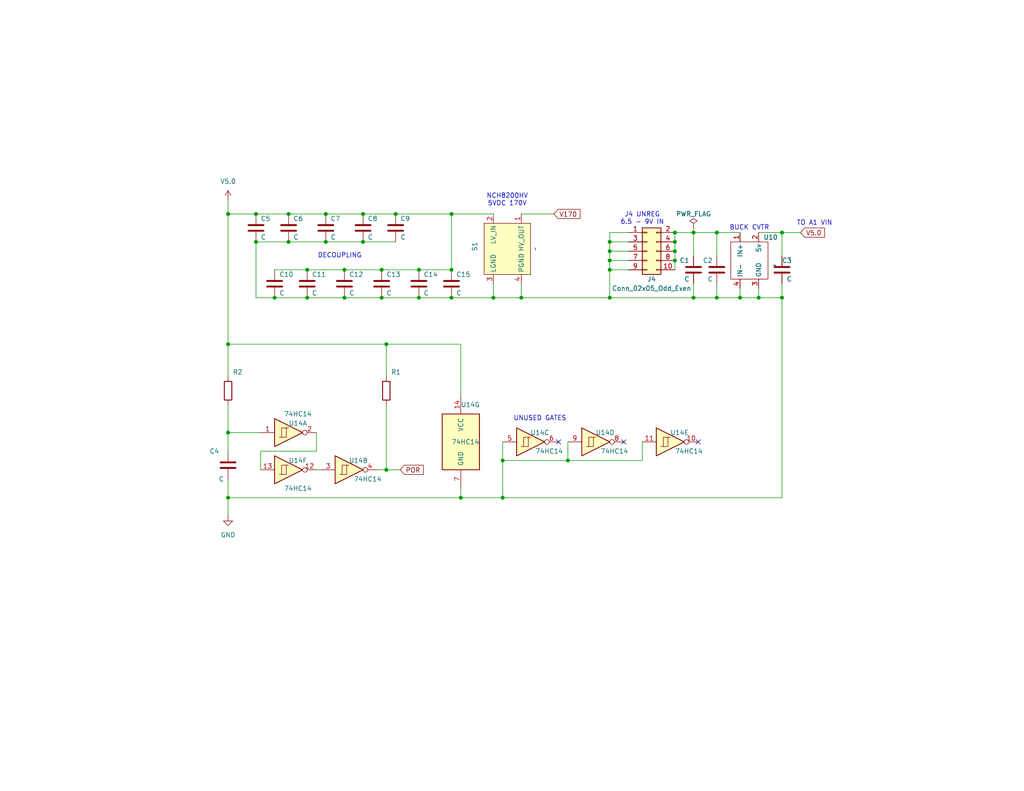
<source format=kicad_sch>
(kicad_sch (version 20231120) (generator "eeschema") (generator_version "8.0")
  (paper "USLetter")
  (title_block (title "Logic - overflow"))
  (lib_symbols
    (symbol "74xx:74HC14" (pin_names (offset 1.016))
      (property "Reference" "U" (at 0 1.27 0))
      (property "Value" "74HC14" (at 0 -1.27 0))
      (symbol "74HC14_1_0"
        (polyline (pts (xy -3.81 3.81) (xy -3.81 -3.81) (xy 3.81 0) (xy -3.81 3.81)) (stroke (width 0.254)) (fill (type background)))
        (pin input line (at -7.62 0 0) (length 3.81) (name "~") (number "1"))
        (pin output inverted (at 7.62 0 180) (length 3.81) (name "~") (number "2"))
      )
      (symbol "74HC14_1_1"
        (polyline (pts (xy -1.905 -1.27) (xy -1.905 1.27) (xy -0.635 1.27)))
        (polyline (pts (xy -2.54 -1.27) (xy -0.635 -1.27) (xy -0.635 1.27) (xy 0 1.27)))
      )
      (symbol "74HC14_2_0"
        (polyline (pts (xy -3.81 3.81) (xy -3.81 -3.81) (xy 3.81 0) (xy -3.81 3.81)) (stroke (width 0.254)) (fill (type background)))
        (pin input line (at -7.62 0 0) (length 3.81) (name "~") (number "3"))
        (pin output inverted (at 7.62 0 180) (length 3.81) (name "~") (number "4"))
      )
      (symbol "74HC14_2_1"
        (polyline (pts (xy -1.905 -1.27) (xy -1.905 1.27) (xy -0.635 1.27)))
        (polyline (pts (xy -2.54 -1.27) (xy -0.635 -1.27) (xy -0.635 1.27) (xy 0 1.27)))
      )
      (symbol "74HC14_3_0"
        (polyline (pts (xy -3.81 3.81) (xy -3.81 -3.81) (xy 3.81 0) (xy -3.81 3.81)) (stroke (width 0.254)) (fill (type background)))
        (pin input line (at -7.62 0 0) (length 3.81) (name "~") (number "5"))
        (pin output inverted (at 7.62 0 180) (length 3.81) (name "~") (number "6"))
      )
      (symbol "74HC14_3_1"
        (polyline (pts (xy -1.905 -1.27) (xy -1.905 1.27) (xy -0.635 1.27)))
        (polyline (pts (xy -2.54 -1.27) (xy -0.635 -1.27) (xy -0.635 1.27) (xy 0 1.27)))
      )
      (symbol "74HC14_4_0"
        (polyline (pts (xy -3.81 3.81) (xy -3.81 -3.81) (xy 3.81 0) (xy -3.81 3.81)) (stroke (width 0.254)) (fill (type background)))
        (pin output inverted (at 7.62 0 180) (length 3.81) (name "~") (number "8"))
        (pin input line (at -7.62 0 0) (length 3.81) (name "~") (number "9"))
      )
      (symbol "74HC14_4_1"
        (polyline (pts (xy -1.905 -1.27) (xy -1.905 1.27) (xy -0.635 1.27)))
        (polyline (pts (xy -2.54 -1.27) (xy -0.635 -1.27) (xy -0.635 1.27) (xy 0 1.27)))
      )
      (symbol "74HC14_5_0"
        (polyline (pts (xy -3.81 3.81) (xy -3.81 -3.81) (xy 3.81 0) (xy -3.81 3.81)) (stroke (width 0.254)) (fill (type background)))
        (pin output inverted (at 7.62 0 180) (length 3.81) (name "~") (number "10"))
        (pin input line (at -7.62 0 0) (length 3.81) (name "~") (number "11"))
      )
      (symbol "74HC14_5_1"
        (polyline (pts (xy -1.905 -1.27) (xy -1.905 1.27) (xy -0.635 1.27)))
        (polyline (pts (xy -2.54 -1.27) (xy -0.635 -1.27) (xy -0.635 1.27) (xy 0 1.27)))
      )
      (symbol "74HC14_6_0"
        (polyline (pts (xy -3.81 3.81) (xy -3.81 -3.81) (xy 3.81 0) (xy -3.81 3.81)) (stroke (width 0.254)) (fill (type background)))
        (pin output inverted (at 7.62 0 180) (length 3.81) (name "~") (number "12"))
        (pin input line (at -7.62 0 0) (length 3.81) (name "~") (number "13"))
      )
      (symbol "74HC14_6_1"
        (polyline (pts (xy -1.905 -1.27) (xy -1.905 1.27) (xy -0.635 1.27)))
        (polyline (pts (xy -2.54 -1.27) (xy -0.635 -1.27) (xy -0.635 1.27) (xy 0 1.27)))
      )
      (symbol "74HC14_7_0"
        (pin power_in line (at 0 12.7 270) (length 5.08) (name "VCC") (number "14"))
        (pin power_in line (at 0 -12.7 90) (length 5.08) (name "GND") (number "7"))
      )
      (symbol "74HC14_7_1"
        (rectangle (start -5.08 7.62) (end 5.08 -7.62) (stroke (width 0.254)) (fill (type background)))
      )
    )
    (symbol "Connector_Generic:Conn_02x05_Odd_Even" (pin_names (offset 1.016) hide)
      (property "Reference" "J" (at 1.27 7.62 0))
      (property "Value" "Conn_02x05_Odd_Even" (at 1.27 -7.62 0))
      (symbol "Conn_02x05_Odd_Even_1_1"
        (rectangle (start -1.27 -4.953) (end 0 -5.207) (stroke (width 0.1524)))
        (rectangle (start -1.27 -2.413) (end 0 -2.667) (stroke (width 0.1524)))
        (rectangle (start -1.27 0.127) (end 0 -0.127) (stroke (width 0.1524)))
        (rectangle (start -1.27 2.667) (end 0 2.413) (stroke (width 0.1524)))
        (rectangle (start -1.27 5.207) (end 0 4.953) (stroke (width 0.1524)))
        (rectangle (start -1.27 6.35) (end 3.81 -6.35) (stroke (width 0.254)) (fill (type background)))
        (rectangle (start 3.81 -4.953) (end 2.54 -5.207) (stroke (width 0.1524)))
        (rectangle (start 3.81 -2.413) (end 2.54 -2.667) (stroke (width 0.1524)))
        (rectangle (start 3.81 0.127) (end 2.54 -0.127) (stroke (width 0.1524)))
        (rectangle (start 3.81 2.667) (end 2.54 2.413) (stroke (width 0.1524)))
        (rectangle (start 3.81 5.207) (end 2.54 4.953) (stroke (width 0.1524)))
        (pin passive line (at -5.08 5.08 0) (length 3.81) (name "Pin_1") (number "1"))
        (pin passive line (at 7.62 -5.08 180) (length 3.81) (name "Pin_10") (number "10"))
        (pin passive line (at 7.62 5.08 180) (length 3.81) (name "Pin_2") (number "2"))
        (pin passive line (at -5.08 2.54 0) (length 3.81) (name "Pin_3") (number "3"))
        (pin passive line (at 7.62 2.54 180) (length 3.81) (name "Pin_4") (number "4"))
        (pin passive line (at -5.08 0 0) (length 3.81) (name "Pin_5") (number "5"))
        (pin passive line (at 7.62 0 180) (length 3.81) (name "Pin_6") (number "6"))
        (pin passive line (at -5.08 -2.54 0) (length 3.81) (name "Pin_7") (number "7"))
        (pin passive line (at 7.62 -2.54 180) (length 3.81) (name "Pin_8") (number "8"))
        (pin passive line (at -5.08 -5.08 0) (length 3.81) (name "Pin_9") (number "9"))
      )
    )
    (symbol "Device:C" (pin_numbers hide) (pin_names (offset 0.254))
      (property "Reference" "C" (at 0.635 2.54 0))
      (property "Value" "C" (at 0.635 -2.54 0))
      (symbol "C_0_1"
        (polyline (pts (xy -2.032 -0.762) (xy 2.032 -0.762)) (stroke (width 0.508)))
        (polyline (pts (xy -2.032 0.762) (xy 2.032 0.762)) (stroke (width 0.508)))
      )
      (symbol "C_1_1"
        (pin passive line (at 0 3.81 270) (length 2.794) (name "~") (number "1"))
        (pin passive line (at 0 -3.81 90) (length 2.794) (name "~") (number "2"))
      )
    )
    (symbol "Device:R" (pin_numbers hide) (pin_names (offset 0))
      (property "Reference" "R" (at 2.032 0 90))
      (property "Value" "R" (at 0 0 90))
      (symbol "R_0_1"
        (rectangle (start -1.016 -2.54) (end 1.016 2.54) (stroke (width 0.254)))
      )
      (symbol "R_1_1"
        (pin passive line (at 0 3.81 270) (length 1.27) (name "~") (number "1"))
        (pin passive line (at 0 -3.81 90) (length 1.27) (name "~") (number "2"))
      )
    )
    (symbol "NixComp:NCH8200HV_170v"
      (property "Reference" "S1" (at -0.635 10.16 0))
      (property "Value" "NCH8200HV" (at -0.635 7.62 0))
      (symbol "NCH8200HV_170v_1_1"
        (rectangle (start -7.62 6.35) (end 6.35 -6.35) (stroke (width 0) (color 132 0 0 1)) (fill (type background)))
        (pin power_out line (at -10.16 3.81 0) (length 2.54) (name "HV_OUT") (number "1"))
        (pin power_in line (at -10.16 -3.81 0) (length 2.54) (name "LV_IN") (number "2"))
        (pin power_in line (at 8.89 -3.81 180) (length 2.54) (name "LGND") (number "3"))
        (pin power_in line (at 8.89 3.81 180) (length 2.54) (name "PGND") (number "4"))
      )
    )
    (symbol "NixComp:TR4R7"
      (property "Reference" "U" (at 0 0 0))
      (symbol "TR4R7_0_1"
        (rectangle (start -5.08 5.08) (end 5.08 -5.08))
      )
      (symbol "TR4R7_1_1"
        (pin power_in line (at -7.62 2.54 0) (length 2.54) (name "IN+") (number "1"))
        (pin power_out line (at -7.62 -2.54 0) (length 2.54) (name "5v") (number "2"))
        (pin power_in line (at 7.62 -2.54 180) (length 2.54) (name "GND") (number "3"))
        (pin power_in line (at 7.62 2.54 180) (length 2.54) (name "IN-") (number "4"))
      )
    )
    (symbol "power:GND" (power) (pin_numbers hide) (pin_names (offset 0) hide)
      (property "Value" "GND" (at 0 -3.81 0))
      (symbol "GND_0_1"
        (polyline (pts (xy 0 0) (xy 0 -1.27) (xy 1.27 -1.27) (xy 0 -2.54) (xy -1.27 -1.27) (xy 0 -1.27)))
      )
      (symbol "GND_1_1"
        (pin power_in line (at 0 0 270) (length 0) (name "~") (number "1"))
      )
    )
    (symbol "power:PWR_FLAG" (power) (pin_numbers hide) (pin_names (offset 0) hide)
      (property "Value" "PWR_FLAG" (at 0 3.81 0))
      (symbol "PWR_FLAG_0_0"
        (pin power_out line (at 0 0 90) (length 0) (name "~") (number "1"))
      )
      (symbol "PWR_FLAG_0_1"
        (polyline (pts (xy 0 0) (xy 0 1.27) (xy -1.016 1.905) (xy 0 2.54) (xy 1.016 1.905) (xy 0 1.27)))
      )
    )
    (symbol "power:VCC" (power) (pin_numbers hide) (pin_names (offset 0) hide)
      (property "Value" "VCC" (at 0 3.556 0))
      (symbol "VCC_0_1"
        (polyline (pts (xy -0.762 1.27) (xy 0 2.54)))
        (polyline (pts (xy 0 0) (xy 0 2.54)))
        (polyline (pts (xy 0 2.54) (xy 0.762 1.27)))
      )
      (symbol "VCC_1_1"
        (pin power_in line (at 0 0 90) (length 0) (name "~") (number "1"))
      )
    )
  )
  (junction (at 74.93 81.28))
  (junction (at 105.41 128.27))
  (junction (at 213.36 81.28))
  (junction (at 62.23 118.11))
  (junction (at 189.23 81.28))
  (junction (at 62.23 93.98))
  (junction (at 137.16 135.89))
  (junction (at 83.82 81.28))
  (junction (at 195.58 81.28))
  (junction (at 83.82 73.66))
  (junction (at 154.94 125.73))
  (junction (at 123.19 58.42))
  (junction (at 114.3 81.28))
  (junction (at 184.15 63.5))
  (junction (at 62.23 135.89))
  (junction (at 166.37 73.66))
  (junction (at 99.06 58.42))
  (junction (at 78.74 58.42))
  (junction (at 62.23 58.42))
  (junction (at 207.01 81.28))
  (junction (at 104.14 73.66))
  (junction (at 184.15 66.04))
  (junction (at 213.36 63.5))
  (junction (at 184.15 71.12))
  (junction (at 123.19 81.28))
  (junction (at 78.74 66.04))
  (junction (at 88.9 58.42))
  (junction (at 107.95 58.42))
  (junction (at 93.98 73.66))
  (junction (at 201.93 81.28))
  (junction (at 99.06 66.04))
  (junction (at 137.16 125.73))
  (junction (at 105.41 93.98))
  (junction (at 93.98 81.28))
  (junction (at 88.9 66.04))
  (junction (at 114.3 73.66))
  (junction (at 166.37 71.12))
  (junction (at 104.14 81.28))
  (junction (at 189.23 63.5))
  (junction (at 69.85 66.04))
  (junction (at 166.37 68.58))
  (junction (at 134.62 81.28))
  (junction (at 125.73 135.89))
  (junction (at 142.24 81.28))
  (junction (at 195.58 63.5))
  (junction (at 69.85 58.42))
  (junction (at 184.15 68.58))
  (junction (at 166.37 81.28))
  (junction (at 166.37 66.04))
  (junction (at 123.19 73.66))
  (no_connect (at 170.18 120.65))
  (no_connect (at 190.5 120.65))
  (no_connect (at 152.4 120.65))
  (wire (pts (xy 99.06 58.42) (xy 107.95 58.42)))
  (wire (pts (xy 175.26 120.65) (xy 175.26 125.73)))
  (wire (pts (xy 189.23 77.47) (xy 189.23 81.28)))
  (wire (pts (xy 184.15 68.58) (xy 184.15 71.12)))
  (wire (pts (xy 142.24 77.47) (xy 142.24 81.28)))
  (wire (pts (xy 201.93 81.28) (xy 201.93 78.74)))
  (wire (pts (xy 137.16 120.65) (xy 137.16 125.73)))
  (wire (pts (xy 166.37 73.66) (xy 166.37 81.28)))
  (wire (pts (xy 207.01 81.28) (xy 213.36 81.28)))
  (wire (pts (xy 102.87 128.27) (xy 105.41 128.27)))
  (wire (pts (xy 105.41 93.98) (xy 125.73 93.98)))
  (wire (pts (xy 166.37 73.66) (xy 171.45 73.66)))
  (wire (pts (xy 62.23 58.42) (xy 69.85 58.42)))
  (wire (pts (xy 166.37 66.04) (xy 171.45 66.04)))
  (wire (pts (xy 88.9 66.04) (xy 99.06 66.04)))
  (wire (pts (xy 105.41 93.98) (xy 105.41 102.87)))
  (wire (pts (xy 137.16 125.73) (xy 154.94 125.73)))
  (wire (pts (xy 62.23 118.11) (xy 71.12 118.11)))
  (wire (pts (xy 207.01 63.5) (xy 213.36 63.5)))
  (wire (pts (xy 105.41 128.27) (xy 109.22 128.27)))
  (wire (pts (xy 195.58 81.28) (xy 201.93 81.28)))
  (wire (pts (xy 62.23 135.89) (xy 125.73 135.89)))
  (wire (pts (xy 154.94 120.65) (xy 154.94 125.73)))
  (wire (pts (xy 62.23 58.42) (xy 62.23 93.98)))
  (wire (pts (xy 62.23 110.49) (xy 62.23 118.11)))
  (wire (pts (xy 213.36 63.5) (xy 213.36 69.85)))
  (wire (pts (xy 195.58 63.5) (xy 195.58 69.85)))
  (wire (pts (xy 71.12 123.19) (xy 71.12 128.27)))
  (wire (pts (xy 189.23 63.5) (xy 195.58 63.5)))
  (wire (pts (xy 166.37 66.04) (xy 166.37 68.58)))
  (wire (pts (xy 184.15 71.12) (xy 184.15 73.66)))
  (wire (pts (xy 125.73 107.95) (xy 125.73 93.98)))
  (wire (pts (xy 78.74 66.04) (xy 88.9 66.04)))
  (wire (pts (xy 134.62 81.28) (xy 142.24 81.28)))
  (wire (pts (xy 62.23 118.11) (xy 62.23 123.19)))
  (wire (pts (xy 114.3 81.28) (xy 123.19 81.28)))
  (wire (pts (xy 213.36 77.47) (xy 213.36 81.28)))
  (wire (pts (xy 166.37 63.5) (xy 166.37 66.04)))
  (wire (pts (xy 86.36 123.19) (xy 71.12 123.19)))
  (wire (pts (xy 123.19 73.66) (xy 114.3 73.66)))
  (wire (pts (xy 134.62 77.47) (xy 134.62 81.28)))
  (wire (pts (xy 137.16 135.89) (xy 213.36 135.89)))
  (wire (pts (xy 184.15 63.5) (xy 189.23 63.5)))
  (wire (pts (xy 195.58 77.47) (xy 195.58 81.28)))
  (wire (pts (xy 166.37 71.12) (xy 171.45 71.12)))
  (wire (pts (xy 107.95 58.42) (xy 123.19 58.42)))
  (wire (pts (xy 137.16 125.73) (xy 137.16 135.89)))
  (wire (pts (xy 207.01 81.28) (xy 207.01 78.74)))
  (wire (pts (xy 125.73 133.35) (xy 125.73 135.89)))
  (wire (pts (xy 86.36 118.11) (xy 86.36 123.19)))
  (wire (pts (xy 69.85 66.04) (xy 78.74 66.04)))
  (wire (pts (xy 105.41 110.49) (xy 105.41 128.27)))
  (wire (pts (xy 88.9 58.42) (xy 99.06 58.42)))
  (wire (pts (xy 125.73 135.89) (xy 137.16 135.89)))
  (wire (pts (xy 78.74 58.42) (xy 88.9 58.42)))
  (wire (pts (xy 62.23 130.81) (xy 62.23 135.89)))
  (wire (pts (xy 189.23 63.5) (xy 189.23 69.85)))
  (wire (pts (xy 62.23 140.97) (xy 62.23 135.89)))
  (wire (pts (xy 69.85 58.42) (xy 78.74 58.42)))
  (wire (pts (xy 74.93 81.28) (xy 83.82 81.28)))
  (wire (pts (xy 189.23 62.23) (xy 189.23 63.5)))
  (wire (pts (xy 62.23 54.61) (xy 62.23 58.42)))
  (wire (pts (xy 184.15 63.5) (xy 184.15 66.04)))
  (wire (pts (xy 201.93 81.28) (xy 207.01 81.28)))
  (wire (pts (xy 99.06 66.04) (xy 107.95 66.04)))
  (wire (pts (xy 123.19 81.28) (xy 134.62 81.28)))
  (wire (pts (xy 93.98 81.28) (xy 104.14 81.28)))
  (wire (pts (xy 184.15 66.04) (xy 184.15 68.58)))
  (wire (pts (xy 213.36 81.28) (xy 213.36 135.89)))
  (wire (pts (xy 83.82 73.66) (xy 93.98 73.66)))
  (wire (pts (xy 195.58 63.5) (xy 201.93 63.5)))
  (wire (pts (xy 87.63 128.27) (xy 86.36 128.27)))
  (wire (pts (xy 123.19 58.42) (xy 134.62 58.42)))
  (wire (pts (xy 213.36 63.5) (xy 218.44 63.5)))
  (wire (pts (xy 142.24 58.42) (xy 151.13 58.42)))
  (wire (pts (xy 166.37 68.58) (xy 166.37 71.12)))
  (wire (pts (xy 93.98 73.66) (xy 104.14 73.66)))
  (wire (pts (xy 69.85 66.04) (xy 69.85 81.28)))
  (wire (pts (xy 104.14 73.66) (xy 114.3 73.66)))
  (wire (pts (xy 62.23 93.98) (xy 62.23 102.87)))
  (wire (pts (xy 83.82 81.28) (xy 93.98 81.28)))
  (wire (pts (xy 166.37 63.5) (xy 171.45 63.5)))
  (wire (pts (xy 154.94 125.73) (xy 175.26 125.73)))
  (wire (pts (xy 104.14 81.28) (xy 114.3 81.28)))
  (wire (pts (xy 123.19 58.42) (xy 123.19 73.66)))
  (wire (pts (xy 189.23 81.28) (xy 195.58 81.28)))
  (wire (pts (xy 74.93 73.66) (xy 83.82 73.66)))
  (wire (pts (xy 142.24 81.28) (xy 166.37 81.28)))
  (wire (pts (xy 62.23 93.98) (xy 105.41 93.98)))
  (wire (pts (xy 166.37 81.28) (xy 189.23 81.28)))
  (wire (pts (xy 166.37 68.58) (xy 171.45 68.58)))
  (wire (pts (xy 166.37 71.12) (xy 166.37 73.66)))
  (wire (pts (xy 69.85 81.28) (xy 74.93 81.28)))
  (text "BUCK CVTR" (at 204.47 62.23 0) (effects (font (size 1.27 1.27))))
  (text "TO A1 VIN" (at 222.25 60.96 0) (effects (font (size 1.27 1.27))))
  (text "J4 UNREG\n6.5 - 9V IN" (at 175.26 59.69 0) (effects (font (size 1.27 1.27))))
  (text "DECOUPLING" (at 92.71 69.85 0) (effects (font (size 1.27 1.27))))
  (text "NCH8200HV\n5VDC 170V" (at 138.43 54.61 0) (effects (font (size 1.27 1.27))))
  (text "UNUSED GATES" (at 147.32 114.3 0) (effects (font (size 1.27 1.27))))
  (global_label "V170" (shape input) (at 151.13 58.42 0) (property "Intersheetrefs" "${INTERSHEET_REFS}" (effects (hide yes))))
  (global_label "V5.0" (shape input) (at 218.44 63.5 0) (property "Intersheetrefs" "${INTERSHEET_REFS}" (effects (hide yes))))
  (global_label "POR" (shape input) (at 109.22 128.27 0) (property "Intersheetrefs" "${INTERSHEET_REFS}" (effects (hide yes))))
  (symbol (lib_id "Device:C") (at 88.9 62.23 0) (unit 1)
    (property "Reference" "C7" (at 90.17 59.69 0) (effects (justify left)))
    (property "Value" "C" (at 90.17 64.77 0) (effects (justify left)))
    (property "Footprint" "Capacitor_THT:C_Disc_D3.4mm_W2.1mm_P2.50mm" (effects (hide yes)))
    (property "Description" "Unpolarized capacitor" (effects (hide yes)))
  )
  (symbol (lib_id "74xx:74HC14") (at 78.74 128.27 0) (unit 6)
    (property "Reference" "U14" (at 81.28 125.73 0))
    (property "Value" "74HC14" (at 81.28 133.35 0))
    (property "Footprint" "Package_DIP:DIP-14_W7.62mm_Socket" (effects (hide yes)))
    (property "Datasheet" "http://www.ti.com/lit/gpn/sn74HC14" (effects (hide yes)))
    (property "Description" "Hex inverter schmitt trigger" (effects (hide yes)))
  )
  (symbol (lib_id "power:PWR_FLAG") (at 189.23 62.23 0) (unit 1)
    (property "Reference" "#FLG03" (effects (hide yes)))
    (property "Value" "PWR_FLAG" (at 189.23 58.42 0))
    (property "Description" "Special symbol for telling ERC where power comes from" (effects (hide yes)))
  )
  (symbol (lib_id "Device:C") (at 78.74 62.23 0) (unit 1)
    (property "Reference" "C6" (at 80.01 59.69 0) (effects (justify left)))
    (property "Value" "C" (at 80.01 64.77 0) (effects (justify left)))
    (property "Footprint" "Capacitor_THT:C_Disc_D3.4mm_W2.1mm_P2.50mm" (effects (hide yes)))
    (property "Description" "Unpolarized capacitor" (effects (hide yes)))
  )
  (symbol (lib_id "74xx:74HC14") (at 182.88 120.65 0) (unit 5)
    (property "Reference" "U14" (at 185.42 118.11 0))
    (property "Value" "74HC14" (at 187.96 123.19 0))
    (property "Footprint" "Package_DIP:DIP-14_W7.62mm_Socket" (effects (hide yes)))
    (property "Datasheet" "http://www.ti.com/lit/gpn/sn74HC14" (effects (hide yes)))
    (property "Description" "Hex inverter schmitt trigger" (effects (hide yes)))
  )
  (symbol (lib_id "74xx:74HC14") (at 95.25 128.27 0) (unit 2)
    (property "Reference" "U14" (at 97.79 125.73 0))
    (property "Value" "74HC14" (at 100.33 130.81 0))
    (property "Footprint" "Package_DIP:DIP-14_W7.62mm_Socket" (effects (hide yes)))
    (property "Datasheet" "http://www.ti.com/lit/gpn/sn74HC14" (effects (hide yes)))
    (property "Description" "Hex inverter schmitt trigger" (effects (hide yes)))
  )
  (symbol (lib_id "Device:C") (at 69.85 62.23 0) (unit 1)
    (property "Reference" "C5" (at 71.12 59.69 0) (effects (justify left)))
    (property "Value" "C" (at 71.12 64.77 0) (effects (justify left)))
    (property "Footprint" "Capacitor_THT:C_Disc_D3.4mm_W2.1mm_P2.50mm" (effects (hide yes)))
    (property "Description" "Unpolarized capacitor" (effects (hide yes)))
  )
  (symbol (lib_id "power:GND") (at 62.23 140.97 0) (unit 1)
    (property "Reference" "#PWR018" (effects (hide yes)))
    (property "Value" "GND" (at 62.23 146.05 0))
    (property "Description" "Power symbol creates a global label with name \"GND\" , ground" (effects (hide yes)))
  )
  (symbol (lib_id "Device:C") (at 213.36 73.66 0) (unit 1)
    (property "Reference" "C3" (at 213.36 71.12 0) (effects (justify left)))
    (property "Value" "C" (at 214.63 76.2 0) (effects (justify left)))
    (property "Footprint" "Capacitor_THT:C_Disc_D3.4mm_W2.1mm_P2.50mm" (effects (hide yes)))
    (property "Description" "Unpolarized capacitor" (effects (hide yes)))
  )
  (symbol (lib_id "Device:C") (at 114.3 77.47 0) (unit 1)
    (property "Reference" "C14" (at 115.57 74.93 0) (effects (justify left)))
    (property "Value" "C" (at 115.57 80.01 0) (effects (justify left)))
    (property "Footprint" "Capacitor_THT:C_Disc_D3.4mm_W2.1mm_P2.50mm" (effects (hide yes)))
    (property "Description" "Unpolarized capacitor" (effects (hide yes)))
  )
  (symbol (lib_id "Device:C") (at 195.58 73.66 0) (unit 1)
    (property "Reference" "C2" (at 191.77 71.12 0) (effects (justify left)))
    (property "Value" "C" (at 193.04 76.2 0) (effects (justify left)))
    (property "Footprint" "Capacitor_THT:C_Disc_D3.4mm_W2.1mm_P2.50mm" (effects (hide yes)))
    (property "Description" "Unpolarized capacitor" (effects (hide yes)))
  )
  (symbol (lib_id "Device:C") (at 123.19 77.47 0) (unit 1)
    (property "Reference" "C15" (at 124.46 74.93 0) (effects (justify left)))
    (property "Value" "C" (at 124.46 80.01 0) (effects (justify left)))
    (property "Footprint" "Capacitor_THT:C_Disc_D3.4mm_W2.1mm_P2.50mm" (effects (hide yes)))
    (property "Description" "Unpolarized capacitor" (effects (hide yes)))
  )
  (symbol (lib_id "74xx:74HC14") (at 162.56 120.65 0) (unit 4)
    (property "Reference" "U14" (at 165.1 118.11 0))
    (property "Value" "74HC14" (at 167.64 123.19 0))
    (property "Footprint" "Package_DIP:DIP-14_W7.62mm_Socket" (effects (hide yes)))
    (property "Datasheet" "http://www.ti.com/lit/gpn/sn74HC14" (effects (hide yes)))
    (property "Description" "Hex inverter schmitt trigger" (effects (hide yes)))
  )
  (symbol (lib_id "Device:C") (at 104.14 77.47 0) (unit 1)
    (property "Reference" "C13" (at 105.41 74.93 0) (effects (justify left)))
    (property "Value" "C" (at 105.41 80.01 0) (effects (justify left)))
    (property "Footprint" "Capacitor_THT:C_Disc_D3.4mm_W2.1mm_P2.50mm" (effects (hide yes)))
    (property "Description" "Unpolarized capacitor" (effects (hide yes)))
  )
  (symbol (lib_id "power:VCC") (at 62.23 54.61 0) (unit 1)
    (property "Reference" "#PWR015" (effects (hide yes)))
    (property "Value" "V5.0" (at 62.23 49.53 0))
    (property "Description" "Power symbol creates a global label with name \"VCC\"" (effects (hide yes)))
  )
  (symbol (lib_id "Device:C") (at 83.82 77.47 0) (unit 1)
    (property "Reference" "C11" (at 85.09 74.93 0) (effects (justify left)))
    (property "Value" "C" (at 85.09 80.01 0) (effects (justify left)))
    (property "Footprint" "Capacitor_THT:C_Disc_D3.4mm_W2.1mm_P2.50mm" (effects (hide yes)))
    (property "Description" "Unpolarized capacitor" (effects (hide yes)))
  )
  (symbol (lib_id "Device:C") (at 99.06 62.23 0) (unit 1)
    (property "Reference" "C8" (at 100.33 59.69 0) (effects (justify left)))
    (property "Value" "C" (at 100.33 64.77 0) (effects (justify left)))
    (property "Footprint" "Capacitor_THT:C_Disc_D3.4mm_W2.1mm_P2.50mm" (effects (hide yes)))
    (property "Description" "Unpolarized capacitor" (effects (hide yes)))
  )
  (symbol (lib_id "74xx:74HC14") (at 78.74 118.11 0) (unit 1)
    (property "Reference" "U14" (at 81.28 115.57 0))
    (property "Value" "74HC14" (at 81.28 113.03 0))
    (property "Footprint" "Package_DIP:DIP-14_W7.62mm_Socket" (effects (hide yes)))
    (property "Datasheet" "http://www.ti.com/lit/gpn/sn74HC14" (effects (hide yes)))
    (property "Description" "Hex inverter schmitt trigger" (effects (hide yes)))
  )
  (symbol (lib_id "Device:R") (at 62.23 106.68 0) (unit 1)
    (property "Reference" "R2" (at 63.5 101.6 0) (effects (justify left)))
    (property "Value" "R" (effects (hide yes)))
    (property "Footprint" "Resistor_THT:R_Axial_DIN0207_L6.3mm_D2.5mm_P10.16mm_Horizontal" (effects (hide yes)))
    (property "Description" "Resistor" (effects (hide yes)))
  )
  (symbol (lib_id "74xx:74HC14") (at 144.78 120.65 0) (unit 3)
    (property "Reference" "U14" (at 147.32 118.11 0))
    (property "Value" "74HC14" (at 149.86 123.19 0))
    (property "Footprint" "Package_DIP:DIP-14_W7.62mm_Socket" (effects (hide yes)))
    (property "Datasheet" "http://www.ti.com/lit/gpn/sn74HC14" (effects (hide yes)))
    (property "Description" "Hex inverter schmitt trigger" (effects (hide yes)))
  )
  (symbol (lib_id "Device:C") (at 189.23 73.66 0) (unit 1)
    (property "Reference" "C1" (at 185.42 71.12 0) (effects (justify left)))
    (property "Value" "C" (at 186.69 76.2 0) (effects (justify left)))
    (property "Footprint" "Capacitor_THT:CP_Radial_D8.0mm_P2.50mm" (effects (hide yes)))
    (property "Description" "Unpolarized capacitor" (effects (hide yes)))
  )
  (symbol (lib_id "Device:C") (at 107.95 62.23 0) (unit 1)
    (property "Reference" "C9" (at 109.22 59.69 0) (effects (justify left)))
    (property "Value" "C" (at 109.22 64.77 0) (effects (justify left)))
    (property "Footprint" "Capacitor_THT:C_Disc_D3.4mm_W2.1mm_P2.50mm" (effects (hide yes)))
    (property "Description" "Unpolarized capacitor" (effects (hide yes)))
  )
  (symbol (lib_id "NixComp:TR4R7") (at 204.47 71.12 90) (mirror x) (unit 1)
    (property "Reference" "U10" (at 208.28 64.77 90) (effects (justify right)))
    (property "Value" "~" (at 210.82 72.39 90) (effects (justify right)))
    (property "Footprint" "NixComp:TR4R7" (effects (hide yes)))
    (property "Description" "6.5+ => 5v regulated buck converter" (effects (hide yes)))
  )
  (symbol (lib_id "Device:C") (at 93.98 77.47 0) (unit 1)
    (property "Reference" "C12" (at 95.25 74.93 0) (effects (justify left)))
    (property "Value" "C" (at 95.25 80.01 0) (effects (justify left)))
    (property "Footprint" "Capacitor_THT:C_Disc_D3.4mm_W2.1mm_P2.50mm" (effects (hide yes)))
    (property "Description" "Unpolarized capacitor" (effects (hide yes)))
  )
  (symbol (lib_id "Connector_Generic:Conn_02x05_Odd_Even") (at 176.53 68.58 0) (unit 1)
    (property "Reference" "J4" (at 177.8 76.2 0))
    (property "Value" "Conn_02x05_Odd_Even" (at 177.8 78.74 0))
    (property "Footprint" "Connector_PinHeader_2.54mm:PinHeader_2x05_P2.54mm_Vertical" (effects (hide yes)))
    (property "Description" "Generic connector, double row, 02x05, odd/even pin numbering scheme (row 1 odd numbers, row 2 even numbers), script generated (kicad-library-utils/schlib/autogen/connector/)" (effects (hide yes)))
  )
  (symbol (lib_id "74xx:74HC14") (at 125.73 120.65 0) (unit 7)
    (property "Reference" "U14" (at 125.73 110.49 0) (effects (justify left)))
    (property "Value" "74HC14" (at 123.19 120.65 0) (effects (justify left)))
    (property "Footprint" "Package_DIP:DIP-14_W7.62mm_Socket" (effects (hide yes)))
    (property "Datasheet" "http://www.ti.com/lit/gpn/sn74HC14" (effects (hide yes)))
    (property "Description" "Hex inverter schmitt trigger" (effects (hide yes)))
  )
  (symbol (lib_id "Device:C") (at 74.93 77.47 0) (unit 1)
    (property "Reference" "C10" (at 76.2 74.93 0) (effects (justify left)))
    (property "Value" "C" (at 76.2 80.01 0) (effects (justify left)))
    (property "Footprint" "Capacitor_THT:C_Disc_D3.4mm_W2.1mm_P2.50mm" (effects (hide yes)))
    (property "Description" "Unpolarized capacitor" (effects (hide yes)))
  )
  (symbol (lib_id "Device:R") (at 105.41 106.68 0) (unit 1)
    (property "Reference" "R1" (at 106.68 101.6 0) (effects (justify left)))
    (property "Value" "R" (effects (hide yes)))
    (property "Footprint" "Resistor_THT:R_Axial_DIN0207_L6.3mm_D2.5mm_P10.16mm_Horizontal" (effects (hide yes)))
    (property "Description" "Resistor" (effects (hide yes)))
  )
  (symbol (lib_id "Device:C") (at 62.23 127 0) (unit 1)
    (property "Reference" "C4" (at 57.15 123.19 0) (effects (justify left)))
    (property "Value" "C" (at 59.69 130.81 0) (effects (justify left)))
    (property "Footprint" "Capacitor_THT:CP_Radial_D8.0mm_P2.50mm" (effects (hide yes)))
    (property "Description" "Unpolarized capacitor" (effects (hide yes)))
  )
  (symbol (lib_id "NixComp:NCH8200HV_170v") (at 138.43 68.58 270) (unit 1)
    (property "Reference" "S1" (at 129.54 67.31 0))
    (property "Value" "~" (at 146.05 67.945 0))
    (property "Footprint" "NixComp:NCH8200HV" (effects (hide yes)))
  )
)
</source>
